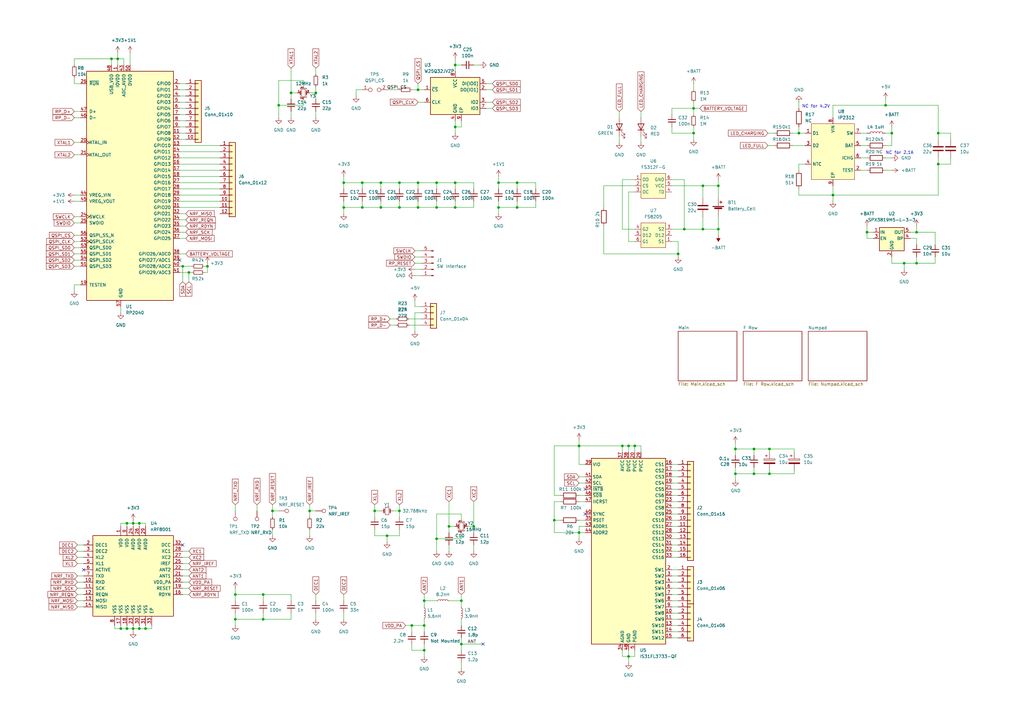
<source format=kicad_sch>
(kicad_sch (version 20211123) (generator eeschema)
  (paper "A3")
  (title_block (title "Frooastboard Walnut Modular") (date "2022-04-02") (rev "1.0.0"))
  (junction (at 363.22 43.18))
  (junction (at 186.69 52.07))
  (junction (at 48.26 24.13))
  (junction (at 309.245 194.31))
  (junction (at 327.66 54.61))
  (junction (at 171.45 74.93))
  (junction (at 140.97 74.93))
  (junction (at 257.81 182.88))
  (junction (at 184.15 215.9))
  (junction (at 194.31 215.9))
  (junction (at 341.63 80.01))
  (junction (at 375.92 95.25))
  (junction (at 173.99 266.7))
  (junction (at 49.53 257.81))
  (junction (at 171.45 85.09))
  (junction (at 260.35 182.88))
  (junction (at 284.48 44.45))
  (junction (at 375.92 107.95))
  (junction (at 301.625 194.31))
  (junction (at 189.23 264.16))
  (junction (at 204.47 85.09))
  (junction (at 294.64 93.98))
  (junction (at 54.61 257.81))
  (junction (at 156.21 74.93))
  (junction (at 301.625 184.15))
  (junction (at 173.99 246.38))
  (junction (at 96.52 254))
  (junction (at 384.81 54.61))
  (junction (at 186.69 74.93))
  (junction (at 171.45 36.83))
  (junction (at 163.83 85.09))
  (junction (at 173.99 256.54))
  (junction (at 257.81 269.24))
  (junction (at 52.07 214.63))
  (junction (at 294.64 76.2))
  (junction (at 77.47 111.76))
  (junction (at 186.69 26.67))
  (junction (at 237.49 218.44))
  (junction (at 315.595 194.31))
  (junction (at 278.13 104.14))
  (junction (at 204.47 74.93))
  (junction (at 284.48 54.61))
  (junction (at 384.81 67.31))
  (junction (at 227.33 213.36))
  (junction (at 119.38 38.1))
  (junction (at 85.09 109.22))
  (junction (at 54.61 214.63))
  (junction (at 107.95 254))
  (junction (at 365.76 54.61))
  (junction (at 158.75 219.71))
  (junction (at 179.07 220.98))
  (junction (at 288.29 76.2))
  (junction (at 189.23 246.38))
  (junction (at 163.83 74.93))
  (junction (at 148.59 74.93))
  (junction (at 288.29 93.98))
  (junction (at 163.83 209.55))
  (junction (at 212.09 85.09))
  (junction (at 280.67 93.98))
  (junction (at 212.09 74.93))
  (junction (at 52.07 257.81))
  (junction (at 370.84 107.95))
  (junction (at 140.97 85.09))
  (junction (at 148.59 85.09))
  (junction (at 74.93 109.22))
  (junction (at 179.07 74.93))
  (junction (at 45.72 24.13))
  (junction (at 129.54 38.1))
  (junction (at 96.52 243.84))
  (junction (at 186.69 85.09))
  (junction (at 59.69 257.81))
  (junction (at 114.3 43.18))
  (junction (at 168.91 256.54))
  (junction (at 57.15 257.81))
  (junction (at 255.27 182.88))
  (junction (at 309.245 184.15))
  (junction (at 355.6 95.25))
  (junction (at 127 209.55))
  (junction (at 57.15 214.63))
  (junction (at 156.21 85.09))
  (junction (at 111.76 209.55))
  (junction (at 153.67 209.55))
  (junction (at 179.07 85.09))
  (junction (at 315.595 184.15))
  (junction (at 107.95 243.84))
  (junction (at 237.49 182.88))
  (no_connect (at 198.12 264.16))
  (no_connect (at 34.29 233.68))
  (no_connect (at 74.93 223.52))
  (no_connect (at 240.03 210.82))
  (no_connect (at 240.03 200.66))
  (no_connect (at 73.66 106.68))
  (wire (pts (xy 189.23 264.16) (xy 198.12 264.16)))
  (wire (pts (xy 73.66 90.17) (xy 76.2 90.17)))
  (wire (pts (xy 77.47 111.76) (xy 78.74 111.76)))
  (wire (pts (xy 255.27 182.88) (xy 237.49 182.88)))
  (wire (pts (xy 325.755 184.15) (xy 325.755 185.42)))
  (wire (pts (xy 73.66 34.29) (xy 76.2 34.29)))
  (wire (pts (xy 96.52 254) (xy 96.52 256.54)))
  (wire (pts (xy 31.75 238.76) (xy 34.29 238.76)))
  (wire (pts (xy 327.66 67.31) (xy 327.66 69.85)))
  (wire (pts (xy 173.99 246.38) (xy 173.99 243.84)))
  (wire (pts (xy 30.48 96.52) (xy 33.02 96.52)))
  (wire (pts (xy 30.48 48.26) (xy 33.02 48.26)))
  (wire (pts (xy 156.21 85.09) (xy 163.83 85.09)))
  (wire (pts (xy 124.46 35.56) (xy 124.46 33.02)))
  (wire (pts (xy 260.35 182.88) (xy 257.81 182.88)))
  (wire (pts (xy 127 217.17) (xy 127 219.71)))
  (wire (pts (xy 204.47 82.55) (xy 204.47 85.09)))
  (wire (pts (xy 173.99 246.38) (xy 173.99 248.92)))
  (wire (pts (xy 129.54 38.1) (xy 129.54 40.64)))
  (wire (pts (xy 363.22 54.61) (xy 365.76 54.61)))
  (wire (pts (xy 275.59 233.68) (xy 278.13 233.68)))
  (wire (pts (xy 96.52 243.84) (xy 107.95 243.84)))
  (wire (pts (xy 85.09 109.22) (xy 85.09 111.76)))
  (wire (pts (xy 294.64 93.98) (xy 294.64 96.52)))
  (wire (pts (xy 107.95 243.84) (xy 107.95 246.38)))
  (wire (pts (xy 73.66 95.25) (xy 76.2 95.25)))
  (wire (pts (xy 30.48 80.01) (xy 33.02 80.01)))
  (wire (pts (xy 73.66 111.76) (xy 77.47 111.76)))
  (wire (pts (xy 74.93 243.84) (xy 77.47 243.84)))
  (wire (pts (xy 255.27 266.7) (xy 255.27 269.24)))
  (wire (pts (xy 199.39 41.91) (xy 201.93 41.91)))
  (wire (pts (xy 275.59 259.08) (xy 278.13 259.08)))
  (wire (pts (xy 129.54 45.72) (xy 129.54 48.26)))
  (wire (pts (xy 156.21 209.55) (xy 153.67 209.55)))
  (wire (pts (xy 375.92 107.95) (xy 375.92 105.41)))
  (wire (pts (xy 73.66 52.07) (xy 76.2 52.07)))
  (wire (pts (xy 237.49 213.36) (xy 240.03 213.36)))
  (wire (pts (xy 30.48 116.84) (xy 30.48 119.38)))
  (wire (pts (xy 275.59 248.92) (xy 278.13 248.92)))
  (wire (pts (xy 31.75 223.52) (xy 34.29 223.52)))
  (wire (pts (xy 31.75 228.6) (xy 34.29 228.6)))
  (wire (pts (xy 129.54 27.94) (xy 129.54 30.48)))
  (wire (pts (xy 375.92 92.71) (xy 375.92 95.25)))
  (wire (pts (xy 257.81 78.74) (xy 260.35 78.74)))
  (wire (pts (xy 309.245 191.77) (xy 309.245 194.31)))
  (wire (pts (xy 227.33 182.88) (xy 237.49 182.88)))
  (wire (pts (xy 31.75 246.38) (xy 34.29 246.38)))
  (wire (pts (xy 237.49 203.2) (xy 240.03 203.2)))
  (wire (pts (xy 48.26 24.13) (xy 48.26 26.67)))
  (wire (pts (xy 140.97 251.46) (xy 140.97 254)))
  (wire (pts (xy 341.63 80.01) (xy 384.81 80.01)))
  (wire (pts (xy 229.87 205.74) (xy 227.33 205.74)))
  (wire (pts (xy 45.72 26.67) (xy 45.72 24.13)))
  (wire (pts (xy 309.245 184.15) (xy 309.245 186.69)))
  (wire (pts (xy 237.49 205.74) (xy 240.03 205.74)))
  (wire (pts (xy 363.22 64.77) (xy 365.76 64.77)))
  (wire (pts (xy 275.59 210.82) (xy 278.13 210.82)))
  (wire (pts (xy 375.92 95.25) (xy 383.54 95.25)))
  (wire (pts (xy 237.49 218.44) (xy 237.49 220.98)))
  (wire (pts (xy 325.12 54.61) (xy 327.66 54.61)))
  (wire (pts (xy 163.83 209.55) (xy 163.83 212.09)))
  (wire (pts (xy 373.38 97.79) (xy 375.92 97.79)))
  (wire (pts (xy 189.23 246.38) (xy 189.23 248.92)))
  (wire (pts (xy 163.83 74.93) (xy 163.83 77.47)))
  (wire (pts (xy 170.18 125.73) (xy 170.18 123.19)))
  (wire (pts (xy 73.66 36.83) (xy 76.2 36.83)))
  (wire (pts (xy 384.81 54.61) (xy 384.81 57.15)))
  (wire (pts (xy 30.48 99.06) (xy 33.02 99.06)))
  (wire (pts (xy 30.48 63.5) (xy 33.02 63.5)))
  (wire (pts (xy 48.26 24.13) (xy 48.26 21.59)))
  (wire (pts (xy 59.69 257.81) (xy 57.15 257.81)))
  (wire (pts (xy 301.625 194.31) (xy 309.245 194.31)))
  (wire (pts (xy 171.45 34.29) (xy 171.45 36.83)))
  (wire (pts (xy 31.75 241.3) (xy 34.29 241.3)))
  (wire (pts (xy 73.66 69.85) (xy 90.17 69.85)))
  (wire (pts (xy 301.625 194.31) (xy 301.625 196.85)))
  (wire (pts (xy 49.53 256.54) (xy 49.53 257.81)))
  (wire (pts (xy 280.67 73.66) (xy 280.67 93.98)))
  (wire (pts (xy 212.09 85.09) (xy 212.09 82.55)))
  (wire (pts (xy 73.66 46.99) (xy 76.2 46.99)))
  (wire (pts (xy 107.95 254) (xy 119.38 254)))
  (wire (pts (xy 163.83 219.71) (xy 158.75 219.71)))
  (wire (pts (xy 62.23 256.54) (xy 62.23 257.81)))
  (wire (pts (xy 383.54 107.95) (xy 375.92 107.95)))
  (wire (pts (xy 370.84 107.95) (xy 375.92 107.95)))
  (wire (pts (xy 30.48 58.42) (xy 33.02 58.42)))
  (wire (pts (xy 119.38 27.94) (xy 119.38 38.1)))
  (wire (pts (xy 156.21 74.93) (xy 148.59 74.93)))
  (wire (pts (xy 153.67 209.55) (xy 153.67 212.09)))
  (wire (pts (xy 373.38 95.25) (xy 375.92 95.25)))
  (wire (pts (xy 194.31 85.09) (xy 194.31 82.55)))
  (wire (pts (xy 146.05 36.83) (xy 146.05 39.37)))
  (wire (pts (xy 275.59 241.3) (xy 278.13 241.3)))
  (wire (pts (xy 383.54 95.25) (xy 383.54 100.33)))
  (wire (pts (xy 30.48 45.72) (xy 33.02 45.72)))
  (wire (pts (xy 204.47 74.93) (xy 212.09 74.93)))
  (wire (pts (xy 384.81 43.18) (xy 384.81 54.61)))
  (wire (pts (xy 107.95 254) (xy 107.95 251.46)))
  (wire (pts (xy 73.66 41.91) (xy 76.2 41.91)))
  (wire (pts (xy 111.76 209.55) (xy 114.3 209.55)))
  (wire (pts (xy 355.6 92.71) (xy 355.6 95.25)))
  (wire (pts (xy 315.595 193.04) (xy 315.595 194.31)))
  (wire (pts (xy 384.81 54.61) (xy 389.89 54.61)))
  (wire (pts (xy 189.23 261.62) (xy 189.23 264.16)))
  (wire (pts (xy 262.89 182.88) (xy 260.35 182.88)))
  (wire (pts (xy 327.66 77.47) (xy 327.66 80.01)))
  (wire (pts (xy 275.59 251.46) (xy 278.13 251.46)))
  (wire (pts (xy 275.59 228.6) (xy 278.13 228.6)))
  (wire (pts (xy 184.15 205.74) (xy 184.15 215.9)))
  (wire (pts (xy 275.59 99.06) (xy 278.13 99.06)))
  (wire (pts (xy 184.15 215.9) (xy 184.15 218.44)))
  (wire (pts (xy 314.96 59.69) (xy 317.5 59.69)))
  (wire (pts (xy 275.59 198.12) (xy 278.13 198.12)))
  (wire (pts (xy 355.6 97.79) (xy 355.6 95.25)))
  (wire (pts (xy 31.75 248.92) (xy 34.29 248.92)))
  (wire (pts (xy 163.83 85.09) (xy 163.83 82.55)))
  (wire (pts (xy 74.93 241.3) (xy 77.47 241.3)))
  (wire (pts (xy 194.31 74.93) (xy 186.69 74.93)))
  (wire (pts (xy 275.59 93.98) (xy 280.67 93.98)))
  (wire (pts (xy 168.91 266.7) (xy 173.99 266.7)))
  (wire (pts (xy 275.59 205.74) (xy 278.13 205.74)))
  (wire (pts (xy 148.59 74.93) (xy 148.59 77.47)))
  (wire (pts (xy 314.96 54.61) (xy 317.5 54.61)))
  (wire (pts (xy 186.69 26.67) (xy 189.23 26.67)))
  (wire (pts (xy 73.66 80.01) (xy 90.17 80.01)))
  (wire (pts (xy 31.75 226.06) (xy 34.29 226.06)))
  (wire (pts (xy 327.66 41.91) (xy 327.66 44.45)))
  (wire (pts (xy 189.23 213.36) (xy 189.23 210.82)))
  (wire (pts (xy 257.81 182.88) (xy 255.27 182.88)))
  (wire (pts (xy 74.93 238.76) (xy 77.47 238.76)))
  (wire (pts (xy 363.22 43.18) (xy 384.81 43.18)))
  (wire (pts (xy 383.54 105.41) (xy 383.54 107.95)))
  (wire (pts (xy 358.14 97.79) (xy 355.6 97.79)))
  (wire (pts (xy 52.07 214.63) (xy 54.61 214.63)))
  (wire (pts (xy 171.45 85.09) (xy 179.07 85.09)))
  (wire (pts (xy 280.67 93.98) (xy 288.29 93.98)))
  (wire (pts (xy 49.53 257.81) (xy 52.07 257.81)))
  (wire (pts (xy 166.37 256.54) (xy 168.91 256.54)))
  (wire (pts (xy 30.48 24.13) (xy 45.72 24.13)))
  (wire (pts (xy 262.89 48.26) (xy 262.89 45.72)))
  (wire (pts (xy 73.66 39.37) (xy 76.2 39.37)))
  (wire (pts (xy 275.59 215.9) (xy 278.13 215.9)))
  (wire (pts (xy 30.48 34.29) (xy 33.02 34.29)))
  (wire (pts (xy 327.66 67.31) (xy 330.2 67.31)))
  (wire (pts (xy 114.3 43.18) (xy 114.3 33.02)))
  (wire (pts (xy 124.46 40.64) (xy 124.46 43.18)))
  (wire (pts (xy 275.59 76.2) (xy 288.29 76.2)))
  (wire (pts (xy 179.07 74.93) (xy 179.07 77.47)))
  (wire (pts (xy 170.18 107.95) (xy 172.72 107.95)))
  (wire (pts (xy 156.21 85.09) (xy 156.21 82.55)))
  (wire (pts (xy 227.33 205.74) (xy 227.33 213.36)))
  (wire (pts (xy 255.27 93.98) (xy 255.27 73.66)))
  (wire (pts (xy 353.06 69.85) (xy 355.6 69.85)))
  (wire (pts (xy 158.75 219.71) (xy 153.67 219.71)))
  (wire (pts (xy 74.93 236.22) (xy 77.47 236.22)))
  (wire (pts (xy 275.59 218.44) (xy 278.13 218.44)))
  (wire (pts (xy 255.27 182.88) (xy 255.27 185.42)))
  (wire (pts (xy 275.59 261.62) (xy 278.13 261.62)))
  (wire (pts (xy 30.48 88.9) (xy 33.02 88.9)))
  (wire (pts (xy 140.97 82.55) (xy 140.97 85.09)))
  (wire (pts (xy 275.59 236.22) (xy 278.13 236.22)))
  (wire (pts (xy 52.07 257.81) (xy 54.61 257.81)))
  (wire (pts (xy 111.76 217.17) (xy 111.76 219.71)))
  (wire (pts (xy 73.66 74.93) (xy 90.17 74.93)))
  (wire (pts (xy 212.09 85.09) (xy 219.71 85.09)))
  (wire (pts (xy 275.59 223.52) (xy 278.13 223.52)))
  (wire (pts (xy 186.69 26.67) (xy 186.69 29.21)))
  (wire (pts (xy 73.66 72.39) (xy 90.17 72.39)))
  (wire (pts (xy 74.93 233.68) (xy 77.47 233.68)))
  (wire (pts (xy 370.84 107.95) (xy 370.84 110.49)))
  (wire (pts (xy 31.75 231.14) (xy 34.29 231.14)))
  (wire (pts (xy 254 58.42) (xy 254 55.88)))
  (wire (pts (xy 237.49 190.5) (xy 237.49 182.88)))
  (wire (pts (xy 365.76 107.95) (xy 370.84 107.95)))
  (wire (pts (xy 275.59 246.38) (xy 278.13 246.38)))
  (wire (pts (xy 96.52 243.84) (xy 96.52 246.38)))
  (wire (pts (xy 173.99 256.54) (xy 173.99 259.08)))
  (wire (pts (xy 163.83 74.93) (xy 156.21 74.93)))
  (wire (pts (xy 170.18 113.03) (xy 172.72 113.03)))
  (wire (pts (xy 119.38 45.72) (xy 119.38 48.26)))
  (wire (pts (xy 353.06 59.69) (xy 355.6 59.69)))
  (wire (pts (xy 74.93 228.6) (xy 77.47 228.6)))
  (wire (pts (xy 204.47 72.39) (xy 204.47 74.93)))
  (wire (pts (xy 77.47 111.76) (xy 77.47 115.57)))
  (wire (pts (xy 194.31 77.47) (xy 194.31 74.93)))
  (wire (pts (xy 280.67 73.66) (xy 275.59 73.66)))
  (wire (pts (xy 46.99 256.54) (xy 46.99 257.81)))
  (wire (pts (xy 111.76 209.55) (xy 111.76 212.09)))
  (wire (pts (xy 237.49 215.9) (xy 237.49 218.44)))
  (wire (pts (xy 59.69 214.63) (xy 57.15 214.63)))
  (wire (pts (xy 353.06 54.61) (xy 355.6 54.61)))
  (wire (pts (xy 45.72 24.13) (xy 48.26 24.13)))
  (wire (pts (xy 199.39 34.29) (xy 201.93 34.29)))
  (wire (pts (xy 184.15 223.52) (xy 184.15 226.06)))
  (wire (pts (xy 327.66 80.01) (xy 341.63 80.01)))
  (wire (pts (xy 227.33 203.2) (xy 227.33 182.88)))
  (wire (pts (xy 153.67 219.71) (xy 153.67 217.17)))
  (wire (pts (xy 73.66 49.53) (xy 76.2 49.53)))
  (wire (pts (xy 96.52 241.3) (xy 96.52 243.84)))
  (wire (pts (xy 247.65 76.2) (xy 260.35 76.2)))
  (wire (pts (xy 171.45 41.91) (xy 173.99 41.91)))
  (wire (pts (xy 189.23 254) (xy 189.23 256.54)))
  (wire (pts (xy 186.69 52.07) (xy 186.69 54.61)))
  (wire (pts (xy 57.15 215.9) (xy 57.15 214.63)))
  (wire (pts (xy 186.69 24.13) (xy 186.69 26.67)))
  (wire (pts (xy 31.75 243.84) (xy 34.29 243.84)))
  (wire (pts (xy 327.66 54.61) (xy 330.2 54.61)))
  (wire (pts (xy 73.66 97.79) (xy 76.2 97.79)))
  (wire (pts (xy 119.38 243.84) (xy 119.38 246.38)))
  (wire (pts (xy 294.64 88.9) (xy 294.64 93.98)))
  (wire (pts (xy 204.47 85.09) (xy 204.47 87.63)))
  (wire (pts (xy 114.3 33.02) (xy 124.46 33.02)))
  (wire (pts (xy 389.89 67.31) (xy 389.89 64.77)))
  (wire (pts (xy 179.07 246.38) (xy 173.99 246.38)))
  (wire (pts (xy 355.6 95.25) (xy 358.14 95.25)))
  (wire (pts (xy 50.8 24.13) (xy 48.26 24.13)))
  (wire (pts (xy 96.52 254) (xy 107.95 254)))
  (wire (pts (xy 85.09 107.95) (xy 85.09 109.22)))
  (wire (pts (xy 227.33 213.36) (xy 229.87 213.36)))
  (wire (pts (xy 353.06 64.77) (xy 355.6 64.77)))
  (wire (pts (xy 325.755 193.04) (xy 325.755 194.31)))
  (wire (pts (xy 73.66 109.22) (xy 74.93 109.22)))
  (wire (pts (xy 30.48 91.44) (xy 33.02 91.44)))
  (wire (pts (xy 129.54 251.46) (xy 129.54 254)))
  (wire (pts (xy 294.64 76.2) (xy 294.64 81.28)))
  (wire (pts (xy 275.59 238.76) (xy 278.13 238.76)))
  (wire (pts (xy 341.63 43.18) (xy 341.63 48.26)))
  (wire (pts (xy 167.64 133.35) (xy 172.72 133.35)))
  (wire (pts (xy 140.97 85.09) (xy 140.97 87.63)))
  (wire (pts (xy 389.89 54.61) (xy 389.89 57.15)))
  (wire (pts (xy 275.59 54.61) (xy 284.48 54.61)))
  (wire (pts (xy 54.61 257.81) (xy 54.61 259.08)))
  (wire (pts (xy 163.83 85.09) (xy 171.45 85.09)))
  (wire (pts (xy 173.99 266.7) (xy 173.99 269.24)))
  (wire (pts (xy 179.07 210.82) (xy 189.23 210.82)))
  (wire (pts (xy 168.91 264.16) (xy 168.91 266.7)))
  (wire (pts (xy 168.91 256.54) (xy 168.91 259.08)))
  (wire (pts (xy 284.48 41.91) (xy 284.48 44.45)))
  (wire (pts (xy 384.81 67.31) (xy 384.81 80.01)))
  (wire (pts (xy 237.49 218.44) (xy 240.03 218.44)))
  (wire (pts (xy 365.76 52.07) (xy 365.76 54.61)))
  (wire (pts (xy 275.59 195.58) (xy 278.13 195.58)))
  (wire (pts (xy 30.48 106.68) (xy 33.02 106.68)))
  (wire (pts (xy 57.15 214.63) (xy 54.61 214.63)))
  (wire (pts (xy 191.77 215.9) (xy 194.31 215.9)))
  (wire (pts (xy 179.07 74.93) (xy 171.45 74.93)))
  (wire (pts (xy 227.33 213.36) (xy 227.33 218.44)))
  (wire (pts (xy 229.87 203.2) (xy 227.33 203.2)))
  (wire (pts (xy 275.59 208.28) (xy 278.13 208.28)))
  (wire (pts (xy 363.22 59.69) (xy 365.76 59.69)))
  (wire (pts (xy 262.89 58.42) (xy 262.89 55.88)))
  (wire (pts (xy 158.75 219.71) (xy 158.75 222.25)))
  (wire (pts (xy 173.99 254) (xy 173.99 256.54)))
  (wire (pts (xy 119.38 254) (xy 119.38 251.46)))
  (wire (pts (xy 199.39 44.45) (xy 201.93 44.45)))
  (wire (pts (xy 288.29 93.98) (xy 294.64 93.98)))
  (wire (pts (xy 186.69 74.93) (xy 186.69 77.47)))
  (wire (pts (xy 384.81 64.77) (xy 384.81 67.31)))
  (wire (pts (xy 275.59 256.54) (xy 278.13 256.54)))
  (wire (pts (xy 73.66 67.31) (xy 90.17 67.31)))
  (wire (pts (xy 168.91 256.54) (xy 173.99 256.54)))
  (wire (pts (xy 288.29 76.2) (xy 288.29 81.28)))
  (wire (pts (xy 363.22 69.85) (xy 365.76 69.85)))
  (wire (pts (xy 46.99 257.81) (xy 49.53 257.81)))
  (wire (pts (xy 54.61 214.63) (xy 54.61 215.9)))
  (wire (pts (xy 275.59 243.84) (xy 278.13 243.84)))
  (wire (pts (xy 204.47 74.93) (xy 204.47 77.47)))
  (wire (pts (xy 237.49 180.34) (xy 237.49 182.88)))
  (wire (pts (xy 156.21 74.93) (xy 156.21 77.47)))
  (wire (pts (xy 171.45 74.93) (xy 171.45 77.47)))
  (wire (pts (xy 160.02 133.35) (xy 162.56 133.35)))
  (wire (pts (xy 30.48 31.75) (xy 30.48 34.29)))
  (wire (pts (xy 30.48 104.14) (xy 33.02 104.14)))
  (wire (pts (xy 275.59 52.07) (xy 275.59 54.61)))
  (wire (pts (xy 74.93 109.22) (xy 78.74 109.22)))
  (wire (pts (xy 49.53 215.9) (xy 49.53 214.63)))
  (wire (pts (xy 194.31 205.74) (xy 194.31 215.9)))
  (wire (pts (xy 301.625 184.15) (xy 309.245 184.15)))
  (wire (pts (xy 153.67 207.01) (xy 153.67 209.55)))
  (wire (pts (xy 49.53 214.63) (xy 52.07 214.63)))
  (wire (pts (xy 260.35 182.88) (xy 260.35 185.42)))
  (wire (pts (xy 325.12 59.69) (xy 330.2 59.69)))
  (wire (pts (xy 52.07 256.54) (xy 52.07 257.81)))
  (wire (pts (xy 140.97 72.39) (xy 140.97 74.93)))
  (wire (pts (xy 219.71 85.09) (xy 219.71 82.55)))
  (wire (pts (xy 170.18 102.87) (xy 172.72 102.87)))
  (wire (pts (xy 257.81 182.88) (xy 257.81 185.42)))
  (wire (pts (xy 255.27 93.98) (xy 260.35 93.98)))
  (wire (pts (xy 194.31 26.67) (xy 196.85 26.67)))
  (wire (pts (xy 57.15 256.54) (xy 57.15 257.81)))
  (wire (pts (xy 194.31 223.52) (xy 194.31 226.06)))
  (wire (pts (xy 73.66 44.45) (xy 76.2 44.45)))
  (wire (pts (xy 365.76 105.41) (xy 365.76 107.95)))
  (wire (pts (xy 278.13 99.06) (xy 278.13 104.14)))
  (wire (pts (xy 260.35 269.24) (xy 257.81 269.24)))
  (wire (pts (xy 73.66 87.63) (xy 76.2 87.63)))
  (wire (pts (xy 189.23 218.44) (xy 189.23 220.98)))
  (wire (pts (xy 179.07 85.09) (xy 186.69 85.09)))
  (wire (pts (xy 73.66 54.61) (xy 76.2 54.61)))
  (wire (pts (xy 240.03 215.9) (xy 237.49 215.9)))
  (wire (pts (xy 114.3 43.18) (xy 114.3 48.26)))
  (wire (pts (xy 278.13 104.14) (xy 247.65 104.14)))
  (wire (pts (xy 171.45 74.93) (xy 163.83 74.93)))
  (wire (pts (xy 163.83 217.17) (xy 163.83 219.71)))
  (wire (pts (xy 309.245 184.15) (xy 315.595 184.15)))
  (wire (pts (xy 204.47 85.09) (xy 212.09 85.09)))
  (wire (pts (xy 186.69 85.09) (xy 186.69 82.55)))
  (wire (pts (xy 189.23 271.78) (xy 189.23 274.32)))
  (wire (pts (xy 105.41 207.01) (xy 105.41 209.55)))
  (wire (pts (xy 189.23 243.84) (xy 189.23 246.38)))
  (wire (pts (xy 107.95 243.84) (xy 119.38 243.84)))
  (wire (pts (xy 172.72 128.27) (xy 170.18 128.27)))
  (wire (pts (xy 73.66 104.14) (xy 76.2 104.14)))
  (wire (pts (xy 96.52 207.01) (xy 96.52 209.55)))
  (wire (pts (xy 189.23 264.16) (xy 189.23 266.7)))
  (wire (pts (xy 257.81 269.24) (xy 257.81 271.78)))
  (wire (pts (xy 52.07 214.63) (xy 52.07 215.9)))
  (wire (pts (xy 186.69 85.09) (xy 194.31 85.09)))
  (wire (pts (xy 163.83 207.01) (xy 163.83 209.55)))
  (wire (pts (xy 341.63 76.2) (xy 341.63 80.01)))
  (wire (pts (xy 212.09 74.93) (xy 219.71 74.93)))
  (wire (pts (xy 284.48 34.29) (xy 284.48 36.83)))
  (wire (pts (xy 129.54 35.56) (xy 129.54 38.1)))
  (wire (pts (xy 240.03 190.5) (xy 237.49 190.5)))
  (wire (pts (xy 140.97 74.93) (xy 148.59 74.93)))
  (wire (pts (xy 219.71 74.93) (xy 219.71 77.47)))
  (wire (pts (xy 30.48 109.22) (xy 33.02 109.22)))
  (wire (pts (xy 315.595 184.15) (xy 315.595 185.42)))
  (wire (pts (xy 199.39 36.83) (xy 201.93 36.83)))
  (wire (pts (xy 384.81 67.31) (xy 389.89 67.31)))
  (wire (pts (xy 148.59 85.09) (xy 148.59 82.55)))
  (wire (pts (xy 247.65 76.2) (xy 247.65 85.09)))
  (wire (pts (xy 237.49 198.12) (xy 240.03 198.12)))
  (wire (pts (xy 275.59 44.45) (xy 275.59 46.99)))
  (wire (pts (xy 148.59 85.09) (xy 156.21 85.09)))
  (wire (pts (xy 315.595 194.31) (xy 325.755 194.31)))
  (wire (pts (xy 49.53 125.73) (xy 49.53 128.27)))
  (wire (pts (xy 167.64 130.81) (xy 172.72 130.81)))
  (wire (pts (xy 284.48 54.61) (xy 284.48 52.07)))
  (wire (pts (xy 173.99 264.16) (xy 173.99 266.7)))
  (wire (pts (xy 172.72 125.73) (xy 170.18 125.73)))
  (wire (pts (xy 170.18 105.41) (xy 172.72 105.41)))
  (wire (pts (xy 73.66 77.47) (xy 90.17 77.47)))
  (wire (pts (xy 260.35 99.06) (xy 257.81 99.06)))
  (wire (pts (xy 59.69 256.54) (xy 59.69 257.81)))
  (wire (pts (xy 194.31 215.9) (xy 194.31 218.44)))
  (wire (pts (xy 74.93 231.14) (xy 77.47 231.14)))
  (wire (pts (xy 170.18 110.49) (xy 172.72 110.49)))
  (wire (pts (xy 227.33 218.44) (xy 237.49 218.44)))
  (wire (pts (xy 168.91 36.83) (xy 171.45 36.83)))
  (wire (pts (xy 179.07 220.98) (xy 189.23 220.98)))
  (wire (pts (xy 189.23 246.38) (xy 184.15 246.38)))
  (wire (pts (xy 255.27 269.24) (xy 257.81 269.24)))
  (wire (pts (xy 257.81 269.24) (xy 257.81 266.7)))
  (wire (pts (xy 171.45 36.83) (xy 173.99 36.83)))
  (wire (pts (xy 327.66 52.07) (xy 327.66 54.61)))
  (wire (pts (xy 73.66 64.77) (xy 90.17 64.77)))
  (wire (pts (xy 341.63 80.01) (xy 341.63 82.55)))
  (wire (pts (xy 129.54 243.84) (xy 129.54 246.38)))
  (wire (pts (xy 73.66 57.15) (xy 76.2 57.15)))
  (wire (pts (xy 59.69 215.9) (xy 59.69 214.63)))
  (wire (pts (xy 284.48 44.45) (xy 287.02 44.45)))
  (wire (pts (xy 74.93 226.06) (xy 77.47 226.06)))
  (wire (pts (xy 262.89 185.42) (xy 262.89 182.88)))
  (wire (pts (xy 179.07 220.98) (xy 179.07 226.06)))
  (wire (pts (xy 363.22 40.64) (xy 363.22 43.18)))
  (wire (pts (xy 301.625 194.31) (xy 301.625 191.77)))
  (wire (pts (xy 127 207.01) (xy 127 209.55)))
  (wire (pts (xy 33.02 116.84) (xy 30.48 116.84)))
  (wire (pts (xy 53.34 21.59) (xy 53.34 26.67)))
  (wire (pts (xy 83.82 109.22) (xy 85.09 109.22)))
  (wire (pts (xy 284.48 44.45) (xy 275.59 44.45)))
  (wire (pts (xy 73.66 59.69) (xy 90.17 59.69)))
  (wire (pts (xy 54.61 213.36) (xy 54.61 214.63)))
  (wire (pts (xy 127 209.55) (xy 129.54 209.55)))
  (wire (pts (xy 85.09 111.76) (xy 83.82 111.76)))
  (wire (pts (xy 275.59 220.98) (xy 278.13 220.98)))
  (wire (pts (xy 179.07 220.98) (xy 179.07 210.82)))
  (wire (pts (xy 140.97 85.09) (xy 148.59 85.09)))
  (wire (pts (xy 111.76 207.01) (xy 111.76 209.55)))
  (wire (pts (xy 73.66 85.09) (xy 90.17 85.09)))
  (wire (pts (xy 309.245 194.31) (xy 315.595 194.31)))
  (wire (pts (xy 127 209.55) (xy 127 212.09)))
  (wire (pts (xy 260.35 266.7) (xy 260.35 269.24)))
  (wire (pts (xy 30.48 26.67) (xy 30.48 24.13)))
  (wire (pts (xy 237.49 195.58) (xy 240.03 195.58)))
  (wire (pts (xy 73.66 62.23) (xy 90.17 62.23)))
  (wire (pts (xy 148.59 36.83) (xy 146.05 36.83)))
  (wire (pts (xy 127 38.1) (xy 129.54 38.1)))
  (wire (pts (xy 301.625 181.61) (xy 301.625 184.15)))
  (wire (pts (xy 74.93 109.22) (xy 74.93 115.57)))
  (wire (pts (xy 275.59 226.06) (xy 278.13 226.06)))
  (wire (pts (xy 275.59 203.2) (xy 278.13 203.2)))
  (wire (pts (xy 275.59 200.66) (xy 278.13 200.66)))
  (wire (pts (xy 284.48 54.61) (xy 284.48 57.15)))
  (wire (pts (xy 186.69 215.9) (xy 184.15 215.9)))
  (wire (pts (xy 375.92 97.79) (xy 375.92 100.33)))
  (wire (pts (xy 119.38 38.1) (xy 119.38 40.64)))
  (wire (pts (xy 114.3 43.18) (xy 124.46 43.18)))
  (wire (pts (xy 365.76 59.69) (xy 365.76 54.61)))
  (wire (pts (xy 315.595 184.15) (xy 325.755 184.15)))
  (wire (pts (xy 140.97 74.93) (xy 140.97 77.47)))
  (wire (pts (xy 275.59 190.5) (xy 278.13 190.5)))
  (wire (pts (xy 294.64 73.66) (xy 294.64 76.2)))
  (wire (pts (xy 288.29 88.9) (xy 288.29 93.98)))
  (wire (pts (xy 288.29 76.2) (xy 294.64 76.2)))
  (wire (pts (xy 275.59 193.04) (xy 278.13 193.04)))
  (wire (pts (xy 186.69 49.53) (xy 186.69 52.07)))
  (wire (pts (xy 161.29 209.55) (xy 163.83 209.55)))
  (wire (pts (xy 275.59 213.36) (xy 278.13 213.36)))
  (wire (pts (xy 341.63 43.18) (xy 363.22 43.18)))
  (wire (pts (xy 57.15 257.81) (xy 54.61 257.81)))
  (wire (pts (xy 158.75 36.83) (xy 163.83 36.83)))
  (wire (pts (xy 30.48 101.6) (xy 33.02 101.6)))
  (wire (pts (xy 73.66 82.55) (xy 90.17 82.55)))
  (wire (pts (xy 140.97 243.84) (xy 140.97 246.38)))
  (wire (pts (xy 121.92 38.1) (xy 119.38 38.1)))
  (wire (pts (xy 284.48 44.45) (xy 284.48 46.99)))
  (wire (pts (xy 171.45 85.09) (xy 171.45 82.55)))
  (wire (pts (xy 189.23 52.07) (xy 186.69 52.07)))
  (wire (pts (xy 254 48.26) (xy 254 45.72)))
  (wire (pts (xy 212.09 74.93) (xy 212.09 77.47)))
  (wire (pts (xy 170.18 128.27) (xy 170.18 135.89)))
  (wire (pts (xy 275.59 254) (xy 278.13 254)))
  (wire (pts (xy 189.23 49.53) (xy 189.23 52.07)))
  (wire (pts (xy 257.81 99.06) (xy 257.81 78.74)))
  (wire (pts (xy 31.75 236.22) (xy 34.29 236.22)))
  (wire (pts (xy 301.625 184.15) (xy 301.625 186.69)))
  (wire (pts (xy 247.65 92.71) (xy 247.65 104.14)))
  (wire (pts (xy 30.48 82.55) (xy 33.02 82.55)))
  (wire (pts (xy 160.02 130.81) (xy 162.56 130.81)))
  (wire (pts (xy 278.13 104.14) (xy 278.13 105.41)))
  (wire (pts (xy 186.69 74.93) (xy 179.07 74.93)))
  (wire (pts (xy 50.8 26.67) (xy 50.8 24.13)))
  (wire (pts (xy 255.27 73.66) (xy 260.35 73.66)))
  (wire (pts (xy 96.52 251.46) (xy 96.52 254)))
  (wire (pts (xy 62.23 257.81) (xy 59.69 257.81)))
  (wire (pts (xy 54.61 256.54) (xy 54.61 257.81)))
  (wire (pts (xy 179.07 85.09) (xy 179.07 82.55)))
  (wire (pts (xy 73.66 92.71) (xy 76.2 92.71)))
  (text "NC for 4.2V" (at 328.93 44.45 0) (effects (font (size 1.27 1.27)) (justify left bottom)))
  (text "NC for 2.1A\n" (at 363.22 63.5 0) (effects (font (size 1.27 1.27)) (justify left bottom)))
  (label "ANT" (at 191.77 264.16 0))
  (label "QSPI_CS" (at 158.75 36.83 0))
  (global_label "SDA" (shape input) (at 237.49 195.58 180) (property "Intersheet References" "${INTERSHEET_REFS}" (effects hide)))
  (global_label "SCL" (shape input) (at 77.47 115.57 270) (property "Intersheet References" "${INTERSHEET_REFS}" (effects hide)))
  (global_label "XTAL2" (shape input) (at 30.48 63.5 180) (property "Intersheet References" "${INTERSHEET_REFS}" (effects hide)))
  (global_label "DEC1" (shape input) (at 31.75 223.52 180) (property "Intersheet References" "${INTERSHEET_REFS}" (effects hide)))
  (global_label "NRF_TXD" (shape input) (at 96.52 207.01 90) (property "Intersheet References" "${INTERSHEET_REFS}" (effects hide)))
  (global_label "SWDIO" (shape input) (at 170.18 105.41 180) (property "Intersheet References" "${INTERSHEET_REFS}" (effects hide)))
  (global_label "LED_FULL" (shape input) (at 314.96 59.69 180) (property "Intersheet References" "${INTERSHEET_REFS}" (effects hide)))
  (global_label "QSPI_SD0" (shape input) (at 201.93 34.29 0) (property "Intersheet References" "${INTERSHEET_REFS}" (effects hide)))
  (global_label "ANT2" (shape input) (at 173.99 243.84 90) (property "Intersheet References" "${INTERSHEET_REFS}" (effects hide)))
  (global_label "SDA" (shape input) (at 74.93 115.57 270) (property "Intersheet References" "${INTERSHEET_REFS}" (effects hide)))
  (global_label "RP_RESET" (shape input) (at 170.18 107.95 180) (property "Intersheet References" "${INTERSHEET_REFS}" (effects hide)))
  (global_label "LED_CHARGING" (shape input) (at 314.96 54.61 180) (property "Intersheet References" "${INTERSHEET_REFS}" (effects hide)))
  (global_label "QSPI_SD1" (shape input) (at 30.48 104.14 180) (property "Intersheet References" "${INTERSHEET_REFS}" (effects hide)))
  (global_label "XL2" (shape input) (at 31.75 228.6 180) (property "Intersheet References" "${INTERSHEET_REFS}" (effects hide)))
  (global_label "SCL" (shape input) (at 237.49 198.12 180) (property "Intersheet References" "${INTERSHEET_REFS}" (effects hide)))
  (global_label "SWCLK" (shape input) (at 30.48 88.9 180) (property "Intersheet References" "${INTERSHEET_REFS}" (effects hide)))
  (global_label "NRF_MOSI" (shape input) (at 76.2 97.79 0) (property "Intersheet References" "${INTERSHEET_REFS}" (effects hide)))
  (global_label "NRF_MOSI" (shape input) (at 31.75 246.38 180) (property "Intersheet References" "${INTERSHEET_REFS}" (effects hide)))
  (global_label "NRF_MISO" (shape input) (at 76.2 87.63 0) (property "Intersheet References" "${INTERSHEET_REFS}" (effects hide)))
  (global_label "NRF_RXD" (shape input) (at 105.41 207.01 90) (property "Intersheet References" "${INTERSHEET_REFS}" (effects hide)))
  (global_label "XC1" (shape input) (at 77.47 226.06 0) (property "Intersheet References" "${INTERSHEET_REFS}" (effects hide)))
  (global_label "LED_CHARGING" (shape input) (at 262.89 45.72 90) (property "Intersheet References" "${INTERSHEET_REFS}" (effects hide)))
  (global_label "NRF_RESET" (shape input) (at 111.76 207.01 90) (property "Intersheet References" "${INTERSHEET_REFS}" (effects hide)))
  (global_label "NRF_IREF" (shape input) (at 127 207.01 90) (property "Intersheet References" "${INTERSHEET_REFS}" (effects hide)))
  (global_label "RP_D-" (shape input) (at 160.02 133.35 180) (property "Intersheet References" "${INTERSHEET_REFS}" (effects hide)))
  (global_label "NRF_RDYN" (shape input) (at 76.2 92.71 0) (property "Intersheet References" "${INTERSHEET_REFS}" (effects hide)))
  (global_label "XC1" (shape input) (at 184.15 205.74 90) (property "Intersheet References" "${INTERSHEET_REFS}" (effects hide)))
  (global_label "XTAL2" (shape input) (at 129.54 27.94 90) (property "Intersheet References" "${INTERSHEET_REFS}" (effects hide)))
  (global_label "QSPI_SD1" (shape input) (at 201.93 36.83 0) (property "Intersheet References" "${INTERSHEET_REFS}" (effects hide)))
  (global_label "NRF_REQN" (shape input) (at 76.2 90.17 0) (property "Intersheet References" "${INTERSHEET_REFS}" (effects hide)))
  (global_label "XL2" (shape input) (at 163.83 207.01 90) (property "Intersheet References" "${INTERSHEET_REFS}" (effects hide)))
  (global_label "QSPI_SD3" (shape input) (at 201.93 44.45 0) (property "Intersheet References" "${INTERSHEET_REFS}" (effects hide)))
  (global_label "BATTERY_VOLTAGE" (shape input) (at 76.2 104.14 0) (property "Intersheet References" "${INTERSHEET_REFS}" (effects hide)))
  (global_label "XTAL1" (shape input) (at 30.48 58.42 180) (property "Intersheet References" "${INTERSHEET_REFS}" (effects hide)))
  (global_label "RP_D+" (shape input) (at 160.02 130.81 180) (property "Intersheet References" "${INTERSHEET_REFS}" (effects hide)))
  (global_label "NRF_RXD" (shape input) (at 31.75 238.76 180) (property "Intersheet References" "${INTERSHEET_REFS}" (effects hide)))
  (global_label "BATTERY_VOLTAGE" (shape input) (at 287.02 44.45 0) (property "Intersheet References" "${INTERSHEET_REFS}" (effects hide)))
  (global_label "SWDIO" (shape input) (at 30.48 91.44 180) (property "Intersheet References" "${INTERSHEET_REFS}" (effects hide)))
  (global_label "QSPI_SD0" (shape input) (at 30.48 101.6 180) (property "Intersheet References" "${INTERSHEET_REFS}" (effects hide)))
  (global_label "ANT1" (shape input) (at 77.47 236.22 0) (property "Intersheet References" "${INTERSHEET_REFS}" (effects hide)))
  (global_label "RP_D+" (shape input) (at 30.48 45.72 180) (property "Intersheet References" "${INTERSHEET_REFS}" (effects hide)))
  (global_label "QSPI_SD3" (shape input) (at 30.48 109.22 180) (property "Intersheet References" "${INTERSHEET_REFS}" (effects hide)))
  (global_label "ANT2" (shape input) (at 77.47 233.68 0) (property "Intersheet References" "${INTERSHEET_REFS}" (effects hide)))
  (global_label "NRF_REQN" (shape input) (at 31.75 243.84 180) (property "Intersheet References" "${INTERSHEET_REFS}" (effects hide)))
  (global_label "NRF_SCK" (shape input) (at 76.2 95.25 0) (property "Intersheet References" "${INTERSHEET_REFS}" (effects hide)))
  (global_label "NRF_IREF" (shape input) (at 77.47 231.14 0) (property "Intersheet References" "${INTERSHEET_REFS}" (effects hide)))
  (global_label "DEC2" (shape input) (at 31.75 226.06 180) (property "Intersheet References" "${INTERSHEET_REFS}" (effects hide)))
  (global_label "NRF_TXD" (shape input) (at 31.75 236.22 180) (property "Intersheet References" "${INTERSHEET_REFS}" (effects hide)))
  (global_label "XC2" (shape input) (at 194.31 205.74 90) (property "Intersheet References" "${INTERSHEET_REFS}" (effects hide)))
  (global_label "QSPI_CLK" (shape input) (at 30.48 99.06 180) (property "Intersheet References" "${INTERSHEET_REFS}" (effects hide)))
  (global_label "XL1" (shape input) (at 31.75 231.14 180) (property "Intersheet References" "${INTERSHEET_REFS}" (effects hide)))
  (global_label "QSPI_CLK" (shape input) (at 171.45 41.91 180) (property "Intersheet References" "${INTERSHEET_REFS}" (effects hide)))
  (global_label "NRF_SCK" (shape input) (at 31.75 241.3 180) (property "Intersheet References" "${INTERSHEET_REFS}" (effects hide)))
  (global_label "XC2" (shape input) (at 77.47 228.6 0) (property "Intersheet References" "${INTERSHEET_REFS}" (effects hide)))
  (global_label "VDD_PA" (shape input) (at 166.37 256.54 180) (property "Intersheet References" "${INTERSHEET_REFS}" (effects hide)))
  (global_label "NRF_RDYN" (shape input) (at 77.47 243.84 0) (property "Intersheet References" "${INTERSHEET_REFS}" (effects hide)))
  (global_label "NRF_RESET" (shape input) (at 77.47 241.3 0) (property "Intersheet References" "${INTERSHEET_REFS}" (effects hide)))
  (global_label "VDD_PA" (shape input) (at 77.47 238.76 0) (property "Intersheet References" "${INTERSHEET_REFS}" (effects hide)))
  (global_label "XTAL1" (shape input) (at 119.38 27.94 90) (property "Intersheet References" "${INTERSHEET_REFS}" (effects hide)))
  (global_label "LED_FULL" (shape input) (at 254 45.72 90) (property "Intersheet References" "${INTERSHEET_REFS}" (effects hide)))
  (global_label "ANT1" (shape input) (at 189.23 243.84 90) (property "Intersheet References" "${INTERSHEET_REFS}" (effects hide)))
  (global_label "QSPI_SD2" (shape input) (at 30.48 106.68 180) (property "Intersheet References" "${INTERSHEET_REFS}" (effects hide)))
  (global_label "RP_D-" (shape input) (at 30.48 48.26 180) (property "Intersheet References" "${INTERSHEET_REFS}" (effects hide)))
  (global_label "DEC2" (shape input) (at 140.97 243.84 90) (property "Intersheet References" "${INTERSHEET_REFS}" (effects hide)))
  (global_label "QSPI_CS" (shape input) (at 171.45 34.29 90) (property "Intersheet References" "${INTERSHEET_REFS}" (effects hide)))
  (global_label "DEC1" (shape input) (at 129.54 243.84 90) (property "Intersheet References" "${INTERSHEET_REFS}" (effects hide)))
  (global_label "XL1" (shape input) (at 153.67 207.01 90) (property "Intersheet References" "${INTERSHEET_REFS}" (effects hide)))
  (global_label "QSPI_SD2" (shape input) (at 201.93 41.91 0) (property "Intersheet References" "${INTERSHEET_REFS}" (effects hide)))
  (global_label "SWCLK" (shape input) (at 170.18 102.87 180) (property "Intersheet References" "${INTERSHEET_REFS}" (effects hide)))
  (global_label "NRF_MISO" (shape input) (at 31.75 248.92 180) (property "Intersheet References" "${INTERSHEET_REFS}" (effects hide)))
  (global_label "QSPI_CS" (shape input) (at 30.48 96.52 180) (property "Intersheet References" "${INTERSHEET_REFS}" (effects hide)))
  (symbol (lib_id "power:-BATT") (at 294.64 96.52 180) (unit 1)
    (property "Reference" "#PWR0171" (effects hide))
    (property "Value" "-BATT" (at 294.64 101.6 0))
  )
  (symbol (lib_id "power:+5V") (at 170.18 123.19 0) (unit 1)
    (property "Reference" "#PWR0146" (effects hide))
    (property "Value" "+5V" (at 170.18 118.11 0))
  )
  (symbol (lib_id "Connector:TestPoint") (at 96.52 209.55 180) (unit 1)
    (property "Reference" "TP1" (at 93.98 215.9 0) (effects (justify right)))
    (property "Value" "NRF_TXD" (at 93.98 218.44 0) (effects (justify right)))
    (property "Footprint" "TestPoint:TestPoint_Pad_D1.5mm" (effects hide))
  )
  (symbol (lib_id "power:GND") (at 370.84 110.49 0) (unit 1)
    (property "Reference" "#PWR0131" (effects hide))
    (property "Value" "GND" (at 370.84 115.57 0))
  )
  (symbol (lib_id "Device:C_Small") (at 179.07 80.01 0) (unit 1)
    (property "Reference" "C24" (at 181.61 78.7462 0) (effects (justify left)))
    (property "Value" "100n" (at 181.61 81.2862 0) (effects (justify left)))
    (property "Footprint" "Capacitor_SMD:C_0805_2012Metric" (effects hide))
  )
  (symbol (lib_id "power:GND") (at 179.07 226.06 0) (unit 1)
    (property "Reference" "#PWR0137" (effects hide))
    (property "Value" "GND" (at 179.07 231.14 0))
  )
  (symbol (lib_id "power:GND") (at 54.61 259.08 0) (unit 1)
    (property "Reference" "#PWR0107" (effects hide))
    (property "Value" "GND" (at 54.61 264.16 0))
  )
  (symbol (lib_id "power:GND") (at 262.89 58.42 0) (unit 1)
    (property "Reference" "#PWR0155" (effects hide))
    (property "Value" "GND" (at 262.89 63.5 0))
  )
  (symbol (lib_id "power:GND") (at 257.81 271.78 0) (unit 1)
    (property "Reference" "#PWR0143" (effects hide))
    (property "Value" "GND" (at 257.81 276.86 0))
  )
  (symbol (lib_id "Connector_Generic:Conn_01x10") (at 81.28 44.45 0) (unit 1)
    (property "Reference" "J5" (at 83.82 44.4499 0) (effects (justify left)))
    (property "Value" "Conn_01x10" (at 83.82 46.9899 0) (effects (justify left)))
    (property "Footprint" "Frooastboard Footprints:PinHeader_1x10_P1.27mm_Vertical" (effects hide))
  )
  (symbol (lib_id "power:+3.3V") (at 48.26 21.59 0) (unit 1)
    (property "Reference" "#PWR0114" (effects hide))
    (property "Value" "+3.3V" (at 48.26 16.51 0))
  )
  (symbol (lib_id "Device:R") (at 321.31 54.61 90) (unit 1)
    (property "Reference" "R15" (at 318.77 52.07 90))
    (property "Value" "0k1" (at 322.58 52.07 90))
    (property "Footprint" "Resistor_SMD:R_0805_2012Metric" (effects hide))
  )
  (symbol (lib_id "Driver_LED:IS31FL3733-QF") (at 257.81 226.06 0) (unit 1)
    (property "Reference" "U5" (at 262.3694 266.7 0) (effects (justify left)))
    (property "Value" "IS31FL3733-QF" (at 262.3694 269.24 0) (effects (justify left)))
    (property "Footprint" "Package_DFN_QFN:QFN-48-1EP_6x6mm_P0.4mm_EP4.2x4.2mm" (effects hide))
    (property "Datasheet" "http://www.issi.com/WW/pdf/IS31FL3733.pdf" (effects hide))
  )
  (symbol (lib_id "Device:C_Small") (at 173.99 261.62 0) (unit 1)
    (property "Reference" "C9" (at 176.53 260.3562 0) (effects (justify left)))
    (property "Value" "Not Mounted" (at 176.53 262.8962 0) (effects (justify left)))
    (property "Footprint" "Capacitor_SMD:C_0402_1005Metric" (effects hide))
  )
  (symbol (lib_id "Device:C_Small") (at 153.67 214.63 0) (unit 1)
    (property "Reference" "C6" (at 156.21 213.3662 0) (effects (justify left)))
    (property "Value" "15p" (at 156.21 215.9062 0) (effects (justify left)))
    (property "Footprint" "Capacitor_SMD:C_0402_1005Metric" (effects hide))
  )
  (symbol (lib_id "Connector:TestPoint") (at 114.3 209.55 270) (unit 1)
    (property "Reference" "TP3" (at 114.3 204.47 90) (effects (justify left)))
    (property "Value" "NRF_RESET" (at 114.3 207.01 90) (effects (justify left)))
    (property "Footprint" "TestPoint:TestPoint_Pad_D1.5mm" (effects hide))
  )
  (symbol (lib_id "power:GND") (at 284.48 57.15 0) (unit 1)
    (property "Reference" "#PWR0141" (effects hide))
    (property "Value" "GND" (at 284.48 62.23 0))
  )
  (symbol (lib_id "power:+5V") (at 363.22 40.64 0) (unit 1)
    (property "Reference" "#PWR0150" (effects hide))
    (property "Value" "+5V" (at 363.22 35.56 0))
  )
  (symbol (lib_id "power:+3.3V") (at 85.09 107.95 0) (unit 1)
    (property "Reference" "#PWR0148" (effects hide))
    (property "Value" "+3.3V" (at 88.9 107.95 0))
  )
  (symbol (lib_id "Device:C_Small") (at 140.97 248.92 0) (unit 1)
    (property "Reference" "C5" (at 143.51 247.6562 0) (effects (justify left)))
    (property "Value" "33n" (at 143.51 250.1962 0) (effects (justify left)))
    (property "Footprint" "Capacitor_SMD:C_0402_1005Metric" (effects hide))
  )
  (symbol (lib_id "power:GND") (at 170.18 135.89 0) (unit 1)
    (property "Reference" "#PWR0147" (effects hide))
    (property "Value" "GND" (at 170.18 140.97 0))
  )
  (symbol (lib_id "Device:R_Small") (at 30.48 29.21 0) (unit 1)
    (property "Reference" "R8" (at 31.75 27.94 0) (effects (justify left)))
    (property "Value" "10k" (at 31.75 30.48 0) (effects (justify left)))
    (property "Footprint" "Resistor_SMD:R_0805_2012Metric" (effects hide))
  )
  (symbol (lib_id "power:GND") (at 96.52 256.54 0) (unit 1)
    (property "Reference" "#PWR0108" (effects hide))
    (property "Value" "GND" (at 96.52 261.62 0))
  )
  (symbol (lib_id "power:+3.3V") (at 30.48 80.01 90) (unit 1)
    (property "Reference" "#PWR0116" (effects hide))
    (property "Value" "+3.3V" (at 26.67 80.0099 90) (effects (justify left)))
  )
  (symbol (lib_id "power:+1V1") (at 30.48 82.55 90) (unit 1)
    (property "Reference" "#PWR0117" (effects hide))
    (property "Value" "+1V1" (at 26.67 82.5499 90) (effects (justify left)))
  )
  (symbol (lib_id "Device:C_Small") (at 96.52 248.92 0) (unit 1)
    (property "Reference" "C1" (at 99.06 247.6562 0) (effects (justify left)))
    (property "Value" "100n" (at 99.06 250.1962 0) (effects (justify left)))
    (property "Footprint" "Capacitor_SMD:C_0402_1005Metric" (effects hide))
  )
  (symbol (lib_id "Device:R") (at 233.68 203.2 90) (unit 1)
    (property "Reference" "R11" (at 231.14 200.66 90))
    (property "Value" "100k" (at 236.22 200.66 90))
    (property "Footprint" "Resistor_SMD:R_0805_2012Metric" (effects hide))
  )
  (symbol (lib_id "Device:C_Small") (at 119.38 43.18 180) (unit 1)
    (property "Reference" "C14" (at 121.92 41.9035 0) (effects (justify right)))
    (property "Value" "22p" (at 121.92 44.4435 0) (effects (justify right)))
    (property "Footprint" "Capacitor_SMD:C_0805_2012Metric" (effects hide))
  )
  (symbol (lib_id "power:GND") (at 129.54 254 0) (unit 1)
    (property "Reference" "#PWR0106" (effects hide))
    (property "Value" "GND" (at 129.54 259.08 0))
  )
  (symbol (lib_id "power:GND") (at 170.18 113.03 270) (unit 1)
    (property "Reference" "#PWR0120" (effects hide))
    (property "Value" "GND" (at 166.37 113.0299 90) (effects (justify right)))
  )
  (symbol (lib_id "Device:L_Small") (at 173.99 251.46 0) (unit 1)
    (property "Reference" "L1" (at 175.26 250.1899 0) (effects (justify left)))
    (property "Value" "5.6nH" (at 175.26 252.7299 0) (effects (justify left)))
    (property "Footprint" "Inductor_SMD:L_0402_1005Metric" (effects hide))
  )
  (symbol (lib_id "power:GND") (at 111.76 219.71 0) (unit 1)
    (property "Reference" "#PWR0109" (effects hide))
    (property "Value" "GND" (at 111.76 224.79 0))
  )
  (symbol (lib_id "Connector_Generic:Conn_01x16") (at 283.21 208.28 0) (unit 1)
    (property "Reference" "J2" (at 285.75 208.2799 0) (effects (justify left)))
    (property "Value" "Conn_01x16" (at 285.75 210.8199 0) (effects (justify left)))
    (property "Footprint" "Frooastboard Footprints:PinHeader_1x16_P1.27mm_Vertical" (effects hide))
  )
  (symbol (lib_id "Device:L_Small") (at 189.23 251.46 0) (unit 1)
    (property "Reference" "L3" (at 190.5 250.1899 0) (effects (justify left)))
    (property "Value" "3.9nH" (at 190.5 252.7299 0) (effects (justify left)))
    (property "Footprint" "Inductor_SMD:L_0402_1005Metric" (effects hide))
  )
  (symbol (lib_id "power:+BATT") (at 355.6 92.71 0) (unit 1)
    (property "Reference" "#PWR0128" (effects hide))
    (property "Value" "+BATT" (at 355.6 87.63 0))
  )
  (symbol (lib_id "Device:C_Small") (at 383.54 102.87 0) (unit 1)
    (property "Reference" "C31" (at 386.08 101.6062 0) (effects (justify left)))
    (property "Value" "10u" (at 386.08 104.1462 0) (effects (justify left)))
    (property "Footprint" "Capacitor_SMD:C_0805_2012Metric" (effects hide))
  )
  (symbol (lib_id "Device:L_Small") (at 181.61 246.38 90) (unit 1)
    (property "Reference" "L2" (at 181.61 241.3 90))
    (property "Value" "8.2nH" (at 181.61 243.84 90))
    (property "Footprint" "Inductor_SMD:L_0402_1005Metric" (effects hide))
  )
  (symbol (lib_id "Device:R_Small") (at 111.76 214.63 0) (unit 1)
    (property "Reference" "R1" (at 114.3 213.3599 0) (effects (justify left)))
    (property "Value" "10k" (at 114.3 215.8999 0) (effects (justify left)))
    (property "Footprint" "Resistor_SMD:R_0805_2012Metric" (effects hide))
  )
  (symbol (lib_id "Device:C_Small") (at 163.83 214.63 0) (unit 1)
    (property "Reference" "C7" (at 166.37 213.3662 0) (effects (justify left)))
    (property "Value" "15p" (at 166.37 215.9062 0) (effects (justify left)))
    (property "Footprint" "Capacitor_SMD:C_0402_1005Metric" (effects hide))
  )
  (symbol (lib_id "Device:R_Small") (at 284.48 39.37 0) (unit 1)
    (property "Reference" "R13" (at 287.02 38.0999 0) (effects (justify left)))
    (property "Value" "1M" (at 287.02 40.6399 0) (effects (justify left)))
    (property "Footprint" "Resistor_SMD:R_0805_2012Metric" (effects hide))
  )
  (symbol (lib_id "power:GND") (at 129.54 48.26 0) (unit 1)
    (property "Reference" "#PWR0123" (effects hide))
    (property "Value" "GND" (at 129.54 53.34 0))
  )
  (symbol (lib_id "Device:R") (at 233.68 205.74 90) (unit 1)
    (property "Reference" "R7" (at 231.14 208.28 90))
    (property "Value" "100k" (at 236.22 208.28 90))
    (property "Footprint" "Resistor_SMD:R_0805_2012Metric" (effects hide))
  )
  (symbol (lib_id "Device:C_Small") (at 129.54 43.18 180) (unit 1)
    (property "Reference" "C15" (at 132.08 41.9035 0) (effects (justify right)))
    (property "Value" "22p" (at 132.08 44.4435 0) (effects (justify right)))
    (property "Footprint" "Capacitor_SMD:C_0805_2012Metric" (effects hide))
  )
  (symbol (lib_id "power:+1V1") (at 53.34 21.59 0) (unit 1)
    (property "Reference" "#PWR0115" (effects hide))
    (property "Value" "+1V1" (at 53.34 16.51 0))
  )
  (symbol (lib_id "power:+3.3V") (at 140.97 72.39 0) (unit 1)
    (property "Reference" "#PWR0126" (effects hide))
    (property "Value" "+3.3V" (at 140.97 67.31 0))
  )
  (symbol (lib_id "Device:R") (at 321.31 59.69 90) (unit 1)
    (property "Reference" "R16" (at 318.77 57.15 90))
    (property "Value" "0k1" (at 322.58 57.15 90))
    (property "Footprint" "Resistor_SMD:R_0805_2012Metric" (effects hide))
  )
  (symbol (lib_id "power:GND") (at 30.48 119.38 0) (unit 1)
    (property "Reference" "#PWR0112" (effects hide))
    (property "Value" "GND" (at 30.48 124.46 0))
  )
  (symbol (lib_id "Device:C_Small") (at 148.59 80.01 0) (unit 1)
    (property "Reference" "C19" (at 151.13 78.7462 0) (effects (justify left)))
    (property "Value" "100n" (at 151.13 81.2862 0) (effects (justify left)))
    (property "Footprint" "Capacitor_SMD:C_0805_2012Metric" (effects hide))
  )
  (symbol (lib_id "power:+3.3V") (at 301.625 181.61 0) (unit 1)
    (property "Reference" "#PWR0111" (effects hide))
    (property "Value" "+3.3V" (at 301.625 176.53 0))
  )
  (symbol (lib_id "power:GND") (at 341.63 82.55 0) (unit 1)
    (property "Reference" "#PWR0152" (effects hide))
    (property "Value" "GND" (at 341.63 87.63 0))
  )
  (symbol (lib_id "Device:R") (at 247.65 88.9 180) (unit 1)
    (property "Reference" "R10" (at 245.11 91.44 90))
    (property "Value" "2k" (at 245.11 87.63 90))
    (property "Footprint" "Resistor_SMD:R_0805_2012Metric" (effects hide))
  )
  (symbol (lib_id "power:GND") (at 127 219.71 0) (unit 1)
    (property "Reference" "#PWR0104" (effects hide))
    (property "Value" "GND" (at 127 224.79 0))
  )
  (symbol (lib_id "power:GND") (at 140.97 87.63 0) (unit 1)
    (property "Reference" "#PWR0121" (effects hide))
    (property "Value" "GND" (at 140.97 92.71 0))
  )
  (symbol (lib_id "Device:Crystal_Small") (at 158.75 209.55 0) (unit 1)
    (property "Reference" "Y1" (at 158.75 207.01 0))
    (property "Value" "32.768kHz" (at 170.18 209.55 0))
    (property "Footprint" "Crystal:Crystal_SMD_EuroQuartz_EQ161-2Pin_3.2x1.5mm" (effects hide))
  )
  (symbol (lib_id "Device:C_Polarized") (at 315.595 189.23 0) (unit 1)
    (property "Reference" "C34" (at 319.405 187.0709 0) (effects (justify left)))
    (property "Value" "10u" (at 319.405 189.6109 0) (effects (justify left)))
    (property "Footprint" "Capacitor_Tantalum_SMD:CP_EIA-2012-15_AVX-P" (effects hide))
  )
  (symbol (lib_id "Device:Crystal_GND24_Small") (at 124.46 38.1 0) (unit 1)
    (property "Reference" "Y3" (at 128.27 39.37 0))
    (property "Value" "12MHz" (at 124.46 34.29 0))
    (property "Footprint" "Crystal:Crystal_SMD_3225-4Pin_3.2x2.5mm" (effects hide))
  )
  (symbol (lib_id "Device:C_Small") (at 119.38 248.92 0) (unit 1)
    (property "Reference" "C3" (at 121.92 247.6562 0) (effects (justify left)))
    (property "Value" "1n" (at 121.92 250.1962 0) (effects (justify left)))
    (property "Footprint" "Capacitor_SMD:C_0402_1005Metric" (effects hide))
  )
  (symbol (lib_id "Device:C_Small") (at 186.69 80.01 0) (unit 1)
    (property "Reference" "C26" (at 189.23 78.7462 0) (effects (justify left)))
    (property "Value" "100n" (at 189.23 81.2862 0) (effects (justify left)))
    (property "Footprint" "Capacitor_SMD:C_0805_2012Metric" (effects hide))
  )
  (symbol (lib_id "power:GND") (at 204.47 87.63 0) (unit 1)
    (property "Reference" "#PWR0125" (effects hide))
    (property "Value" "GND" (at 204.47 92.71 0))
  )
  (symbol (lib_id "Connector_Generic:Conn_01x04") (at 177.8 128.27 0) (unit 1)
    (property "Reference" "J7" (at 180.34 128.2699 0) (effects (justify left)))
    (property "Value" "Conn_01x04" (at 180.34 130.8099 0) (effects (justify left)))
    (property "Footprint" "Frooastboard Footprints:PinHeader_1x04_P1.27mm_Vertical" (effects hide))
  )
  (symbol (lib_id "Device:R_Small") (at 127 214.63 0) (unit 1)
    (property "Reference" "R2" (at 129.54 213.3599 0) (effects (justify left)))
    (property "Value" "22k" (at 129.54 215.8999 0) (effects (justify left)))
    (property "Footprint" "Resistor_SMD:R_0805_2012Metric" (effects hide))
  )
  (symbol (lib_id "Device:C") (at 384.81 60.96 0) (unit 1)
    (property "Reference" "C36" (at 378.46 59.69 0) (effects (justify left)))
    (property "Value" "22u" (at 378.46 62.23 0) (effects (justify left)))
    (property "Footprint" "Capacitor_SMD:C_0805_2012Metric" (effects hide))
  )
  (symbol (lib_id "power:GND") (at 186.69 54.61 0) (unit 1)
    (property "Reference" "#PWR0132" (effects hide))
    (property "Value" "GND" (at 186.69 59.69 0))
  )
  (symbol (lib_id "Device:R_Small") (at 165.1 133.35 90) (unit 1)
    (property "Reference" "R24" (at 165.1 127 90))
    (property "Value" "27R" (at 165.1 129.54 90))
    (property "Footprint" "Resistor_SMD:R_0805_2012Metric" (effects hide))
  )
  (symbol (lib_id "Device:Crystal_GND24_Small") (at 189.23 215.9 0) (unit 1)
    (property "Reference" "Y2" (at 193.04 214.63 0))
    (property "Value" "16MHz" (at 194.31 217.17 0))
    (property "Footprint" "Crystal:Crystal_SMD_3225-4Pin_3.2x2.5mm" (effects hide))
  )
  (symbol (lib_id "power:+3.3V") (at 237.49 180.34 0) (unit 1)
    (property "Reference" "#PWR0145" (effects hide))
    (property "Value" "+3.3V" (at 237.49 175.26 0))
  )
  (symbol (lib_id "Device:R") (at 327.66 48.26 0) (unit 1)
    (property "Reference" "R17" (at 330.2 46.9899 0) (effects (justify left)))
    (property "Value" "NC" (at 330.2 49.5299 0) (effects (justify left)))
    (property "Footprint" "Resistor_SMD:R_0805_2012Metric" (effects hide))
  )
  (symbol (lib_id "Device:C_Small") (at 163.83 80.01 0) (unit 1)
    (property "Reference" "C22" (at 166.37 78.7462 0) (effects (justify left)))
    (property "Value" "100n" (at 166.37 81.2862 0) (effects (justify left)))
    (property "Footprint" "Capacitor_SMD:C_0805_2012Metric" (effects hide))
  )
  (symbol (lib_id "Device:Battery_Cell") (at 294.64 86.36 0) (unit 1)
    (property "Reference" "BT1" (at 298.45 83.0579 0) (effects (justify left)))
    (property "Value" "Battery_Cell" (at 298.45 85.5979 0) (effects (justify left)))
    (property "Footprint" "TestPoint:TestPoint_Pad_D1.5mm" (effects hide))
  )
  (symbol (lib_id "Device:R_Small") (at 284.48 49.53 0) (unit 1)
    (property "Reference" "R14" (at 287.02 48.2599 0) (effects (justify left)))
    (property "Value" "1M" (at 287.02 50.7999 0) (effects (justify left)))
    (property "Footprint" "Resistor_SMD:R_0805_2012Metric" (effects hide))
  )
  (symbol (lib_id "power:GND") (at 301.625 196.85 0) (unit 1)
    (property "Reference" "#PWR0142" (effects hide))
    (property "Value" "GND" (at 301.752 201.2442 0))
  )
  (symbol (lib_id "Device:R_Small") (at 166.37 36.83 90) (unit 1)
    (property "Reference" "R9" (at 166.37 30.48 90))
    (property "Value" "1k" (at 166.37 33.02 90))
    (property "Footprint" "Resistor_SMD:R_0805_2012Metric" (effects hide))
  )
  (symbol (lib_id "power:GND") (at 194.31 226.06 0) (unit 1)
    (property "Reference" "#PWR0139" (effects hide))
    (property "Value" "GND" (at 194.31 231.14 0))
  )
  (symbol (lib_id "Frooastboard Symbols:RP2040") (at 53.34 77.47 0) (unit 1)
    (property "Reference" "U1" (at 51.5494 125.73 0) (effects (justify left)))
    (property "Value" "RP2040" (at 51.5494 128.27 0) (effects (justify left)))
    (property "Footprint" "Frooastboard Footprints:RP2040-QFN-56" (effects hide))
    (property "Datasheet" "https://datasheets.raspberrypi.com/rp2040/rp2040-datasheet.pdf" (effects hide))
  )
  (symbol (lib_id "Connector:TestPoint") (at 129.54 209.55 270) (unit 1)
    (property "Reference" "TP4" (at 134.62 208.2799 90) (effects (justify left)))
    (property "Value" "NRF_IREF" (at 134.62 210.8199 90) (effects (justify left)))
    (property "Footprint" "TestPoint:TestPoint_Pad_D1.5mm" (effects hide))
  )
  (symbol (lib_id "Device:C_Small") (at 129.54 248.92 0) (unit 1)
    (property "Reference" "C4" (at 132.08 247.6562 0) (effects (justify left)))
    (property "Value" "100n" (at 132.08 250.1962 0) (effects (justify left)))
    (property "Footprint" "Capacitor_SMD:C_0402_1005Metric" (effects hide))
  )
  (symbol (lib_id "Device:C_Small") (at 219.71 80.01 0) (unit 1)
    (property "Reference" "C20" (at 222.25 78.7462 0) (effects (justify left)))
    (property "Value" "100n" (at 222.25 81.2862 0) (effects (justify left)))
    (property "Footprint" "Capacitor_SMD:C_0805_2012Metric" (effects hide))
  )
  (symbol (lib_id "power:GND") (at 119.38 48.26 0) (unit 1)
    (property "Reference" "#PWR0122" (effects hide))
    (property "Value" "GND" (at 119.38 53.34 0))
  )
  (symbol (lib_id "power:GND") (at 278.13 105.41 0) (unit 1)
    (property "Reference" "#PWR0153" (effects hide))
    (property "Value" "GND" (at 278.13 110.49 0))
  )
  (symbol (lib_id "power:GND") (at 158.75 222.25 0) (unit 1)
    (property "Reference" "#PWR0140" (effects hide))
    (property "Value" "GND" (at 158.75 227.33 0))
  )
  (symbol (lib_id "Device:LED") (at 262.89 52.07 90) (unit 1)
    (property "Reference" "D2" (at 266.7 52.3874 90) (effects (justify right)))
    (property "Value" "RED" (at 266.7 54.9274 90) (effects (justify right)))
    (property "Footprint" "LED_SMD:LED_0805_2012Metric" (effects hide))
  )
  (symbol (lib_id "Device:C_Small") (at 168.91 261.62 0) (unit 1)
    (property "Reference" "C8" (at 163.83 260.35 0) (effects (justify left)))
    (property "Value" "2.2n" (at 161.29 262.89 0) (effects (justify left)))
    (property "Footprint" "Capacitor_SMD:C_0402_1005Metric" (effects hide))
  )
  (symbol (lib_id "Device:C_Small") (at 375.92 102.87 0) (unit 1)
    (property "Reference" "C29" (at 378.46 101.6062 0) (effects (justify left)))
    (property "Value" "10n" (at 378.46 104.1462 0) (effects (justify left)))
    (property "Footprint" "Capacitor_SMD:C_0805_2012Metric" (effects hide))
  )
  (symbol (lib_id "Connector:Conn_01x05_Male") (at 177.8 107.95 180) (unit 1)
    (property "Reference" "J1" (at 179.07 106.6799 0) (effects (justify right)))
    (property "Value" "SW Interface" (at 179.07 109.2199 0) (effects (justify right)))
    (property "Footprint" "Connector_PinHeader_2.54mm:PinHeader_1x05_P2.54mm_Vertical" (effects hide))
  )
  (symbol (lib_id "power:GND") (at 189.23 274.32 0) (unit 1)
    (property "Reference" "#PWR0101" (effects hide))
    (property "Value" "GND" (at 189.23 279.4 0))
  )
  (symbol (lib_id "Device:L") (at 359.41 54.61 90) (unit 1)
    (property "Reference" "L4" (at 356.87 52.07 90))
    (property "Value" "1uH" (at 360.68 52.07 90))
    (property "Footprint" "Inductor_SMD:L_6.3x6.3_H3" (effects hide))
  )
  (symbol (lib_id "power:GND") (at 146.05 39.37 0) (unit 1)
    (property "Reference" "#PWR0130" (effects hide))
    (property "Value" "GND" (at 146.05 44.45 0))
  )
  (symbol (lib_id "Frooastboard Symbols:FS8205") (at 267.97 96.52 180) (unit 1)
    (property "Reference" "U7" (at 267.97 86.36 0))
    (property "Value" "FS8205" (at 267.97 88.9 0))
    (property "Footprint" "Package_TO_SOT_SMD:SOT-23-6" (effects hide))
    (property "Datasheet" "https://datasheet.lcsc.com/lcsc/1810110910_Fortune-Semicon-FS8205_C32254.pdf" (effects hide))
  )
  (symbol (lib_id "Connector_Generic:Conn_01x12") (at 95.25 72.39 0) (unit 1)
    (property "Reference" "J6" (at 97.79 72.3899 0) (effects (justify left)))
    (property "Value" "Conn_01x12" (at 97.79 74.9299 0) (effects (justify left)))
    (property "Footprint" "Frooastboard Footprints:PinHeader_1x12_P1.27mm_Vertical" (effects hide))
  )
  (symbol (lib_id "Device:C_Small") (at 156.21 80.01 0) (unit 1)
    (property "Reference" "C21" (at 158.75 78.7462 0) (effects (justify left)))
    (property "Value" "100n" (at 158.75 81.2862 0) (effects (justify left)))
    (property "Footprint" "Capacitor_SMD:C_0805_2012Metric" (effects hide))
  )
  (symbol (lib_id "Device:C_Small") (at 204.47 80.01 0) (unit 1)
    (property "Reference" "C16" (at 207.01 78.7462 0) (effects (justify left)))
    (property "Value" "10u" (at 207.01 81.2862 0) (effects (justify left)))
    (property "Footprint" "Capacitor_SMD:C_0805_2012Metric" (effects hide))
  )
  (symbol (lib_id "RF_Bluetooth:nRF8001") (at 54.61 236.22 0) (unit 1)
    (property "Reference" "U4" (at 61.7094 214.63 0) (effects (justify left)))
    (property "Value" "nRF8001" (at 61.7094 217.17 0) (effects (justify left)))
    (property "Footprint" "Package_DFN_QFN:QFN-32-1EP_5x5mm_P0.5mm_EP3.45x3.45mm" (effects hide))
    (property "Datasheet" "https://www.nordicsemi.com/eng/nordic/content_download/2981/38488/file/nRF8001_PS_v1.3.pdf" (effects hide))
  )
  (symbol (lib_id "Connector_Generic:Conn_01x06") (at 283.21 254 0) (unit 1)
    (property "Reference" "J4" (at 285.75 253.9999 0) (effects (justify left)))
    (property "Value" "Conn_01x06" (at 285.75 256.5399 0) (effects (justify left)))
    (property "Footprint" "Frooastboard Footprints:PinHeader_1x06_P1.27mm_Vertical" (effects hide))
  )
  (symbol (lib_id "power:GND") (at 49.53 128.27 0) (unit 1)
    (property "Reference" "#PWR0113" (effects hide))
    (property "Value" "GND" (at 49.53 133.35 0))
  )
  (symbol (lib_id "Device:LED") (at 254 52.07 90) (unit 1)
    (property "Reference" "D1" (at 248.92 52.07 90) (effects (justify right)))
    (property "Value" "GREEN" (at 245.11 54.61 90) (effects (justify right)))
    (property "Footprint" "LED_SMD:LED_0805_2012Metric" (effects hide))
  )
  (symbol (lib_id "power:GND") (at 254 58.42 0) (unit 1)
    (property "Reference" "#PWR0154" (effects hide))
    (property "Value" "GND" (at 254 63.5 0))
  )
  (symbol (lib_id "power:GND") (at 184.15 226.06 0) (unit 1)
    (property "Reference" "#PWR0138" (effects hide))
    (property "Value" "GND" (at 184.15 231.14 0))
  )
  (symbol (lib_id "power:+3.3V") (at 170.18 110.49 90) (unit 1)
    (property "Reference" "#PWR0119" (effects hide))
    (property "Value" "+3.3V" (at 161.29 110.49 90) (effects (justify right)))
  )
  (symbol (lib_id "Memory_Flash:W25Q32JVZP") (at 186.69 39.37 0) (unit 1)
    (property "Reference" "U3" (at 173.99 26.67 0) (effects (justify left)))
    (property "Value" "W25Q32JVZP" (at 173.99 29.21 0) (effects (justify left)))
    (property "Footprint" "Package_SON:WSON-8-1EP_6x5mm_P1.27mm_EP3.4x4.3mm" (effects hide))
    (property "Datasheet" "http://www.winbond.com/resource-files/w25q32jv%20revg%2003272018%20plus.pdf" (effects hide))
  )
  (symbol (lib_id "power:GND") (at 114.3 48.26 0) (unit 1)
    (property "Reference" "#PWR0127" (effects hide))
    (property "Value" "GND" (at 114.3 53.34 0))
  )
  (symbol (lib_id "Connector:TestPoint_2Pole") (at 153.67 36.83 0) (unit 1)
    (property "Reference" "TP5" (at 153.67 30.48 0))
    (property "Value" "QSPI_CS" (at 153.67 33.02 0))
    (property "Footprint" "TestPoint:TestPoint_Pad_D1.5mm" (effects hide))
  )
  (symbol (lib_id "power:+BATT") (at 294.64 73.66 0) (unit 1)
    (property "Reference" "#PWR0149" (effects hide))
    (property "Value" "+BATT" (at 294.64 68.58 0))
  )
  (symbol (lib_id "Device:C_Polarized") (at 325.755 189.23 0) (unit 1)
    (property "Reference" "C35" (at 329.565 187.0709 0) (effects (justify left)))
    (property "Value" "10u" (at 329.565 189.6109 0) (effects (justify left)))
    (property "Footprint" "Capacitor_Tantalum_SMD:CP_EIA-2012-15_AVX-P" (effects hide))
  )
  (symbol (lib_id "Device:R") (at 359.41 69.85 90) (unit 1)
    (property "Reference" "R19" (at 356.87 67.31 90))
    (property "Value" "1k" (at 360.68 67.31 90))
    (property "Footprint" "Resistor_SMD:R_0805_2012Metric" (effects hide))
  )
  (symbol (lib_id "Device:C") (at 389.89 60.96 0) (unit 1)
    (property "Reference" "C37" (at 393.7 59.6899 0) (effects (justify left)))
    (property "Value" "10u" (at 393.7 62.2299 0) (effects (justify left)))
    (property "Footprint" "Capacitor_SMD:C_0805_2012Metric" (effects hide))
  )
  (symbol (lib_id "power:+BATT") (at 365.76 52.07 0) (unit 1)
    (property "Reference" "#PWR0173" (effects hide))
    (property "Value" "+BATT" (at 365.76 46.99 0))
  )
  (symbol (lib_id "Connector:TestPoint") (at 105.41 209.55 180) (unit 1)
    (property "Reference" "TP2" (at 102.87 215.9 0) (effects (justify right)))
    (property "Value" "NRF_RXD" (at 102.87 218.44 0) (effects (justify right)))
    (property "Footprint" "TestPoint:TestPoint_Pad_D1.5mm" (effects hide))
  )
  (symbol (lib_id "Device:C_Small") (at 184.15 220.98 0) (unit 1)
    (property "Reference" "C10" (at 186.69 219.7162 0) (effects (justify left)))
    (property "Value" "12p" (at 186.69 222.2562 0) (effects (justify left)))
    (property "Footprint" "Capacitor_SMD:C_0402_1005Metric" (effects hide))
  )
  (symbol (lib_id "Device:C_Small") (at 194.31 220.98 0) (unit 1)
    (property "Reference" "C11" (at 196.85 219.7162 0) (effects (justify left)))
    (property "Value" "12p" (at 196.85 222.2562 0) (effects (justify left)))
    (property "Footprint" "Capacitor_SMD:C_0402_1005Metric" (effects hide))
  )
  (symbol (lib_id "power:+BATT") (at 284.48 34.29 0) (unit 1)
    (property "Reference" "#PWR0172" (effects hide))
    (property "Value" "+BATT" (at 284.48 29.21 0))
  )
  (symbol (lib_id "Device:C_Small") (at 140.97 80.01 0) (unit 1)
    (property "Reference" "C17" (at 143.51 78.7462 0) (effects (justify left)))
    (property "Value" "10u" (at 143.51 81.2862 0) (effects (justify left)))
    (property "Footprint" "Capacitor_SMD:C_0805_2012Metric" (effects hide))
  )
  (symbol (lib_id "power:GND") (at 196.85 26.67 90) (unit 1)
    (property "Reference" "#PWR0134" (effects hide))
    (property "Value" "GND" (at 200.66 26.6699 90) (effects (justify right)))
  )
  (symbol (lib_id "power:GND") (at 173.99 269.24 0) (unit 1)
    (property "Reference" "#PWR0102" (effects hide))
    (property "Value" "GND" (at 173.99 274.32 0))
  )
  (symbol (lib_id "Frooastboard Symbols:FS312F-G") (at 267.97 76.2 0) (unit 1)
    (property "Reference" "U6" (at 267.97 66.04 0))
    (property "Value" "FS312F-G" (at 267.97 68.58 0))
    (property "Footprint" "Package_TO_SOT_SMD:SOT-23-6" (effects hide))
    (property "Datasheet" "https://datasheet.lcsc.com/lcsc/1811151452_Fortune-Semicon-FS312F-G_C82736.pdf" (effects hide))
  )
  (symbol (lib_id "power:GND") (at 365.76 64.77 90) (unit 1)
    (property "Reference" "#PWR0156" (effects hide))
    (property "Value" "GND" (at 369.57 64.7699 90) (effects (justify right)))
  )
  (symbol (lib_id "Device:C_Small") (at 189.23 269.24 0) (unit 1)
    (property "Reference" "C13" (at 191.77 267.9762 0) (effects (justify left)))
    (property "Value" "1.2p" (at 191.77 270.5162 0) (effects (justify left)))
    (property "Footprint" "Capacitor_SMD:C_0402_1005Metric" (effects hide))
  )
  (symbol (lib_id "power:+BATT") (at 365.76 69.85 270) (unit 1)
    (property "Reference" "#PWR0174" (effects hide))
    (property "Value" "+BATT" (at 369.57 69.8499 90) (effects (justify left)))
  )
  (symbol (lib_id "power:GND") (at 327.66 41.91 180) (unit 1)
    (property "Reference" "#PWR0151" (effects hide))
    (property "Value" "GND" (at 327.66 36.83 0))
  )
  (symbol (lib_id "power:GND") (at 237.49 220.98 0) (unit 1)
    (property "Reference" "#PWR0144" (effects hide))
    (property "Value" "GND" (at 237.49 226.06 0))
  )
  (symbol (lib_id "Device:R") (at 359.41 64.77 90) (unit 1)
    (property "Reference" "R20" (at 356.87 62.23 90))
    (property "Value" "NC" (at 360.68 62.23 90))
    (property "Footprint" "Resistor_SMD:R_0805_2012Metric" (effects hide))
  )
  (symbol (lib_id "Device:C_Small") (at 189.23 259.08 0) (unit 1)
    (property "Reference" "C12" (at 191.77 257.8162 0) (effects (justify left)))
    (property "Value" "1.8p" (at 191.77 260.3562 0) (effects (justify left)))
    (property "Footprint" "Capacitor_SMD:C_0402_1005Metric" (effects hide))
  )
  (symbol (lib_id "Device:C_Small") (at 194.31 80.01 0) (unit 1)
    (property "Reference" "C27" (at 196.85 78.7462 0) (effects (justify left)))
    (property "Value" "100n" (at 196.85 81.2862 0) (effects (justify left)))
    (property "Footprint" "Capacitor_SMD:C_0805_2012Metric" (effects hide))
  )
  (symbol (lib_id "power:+1V1") (at 204.47 72.39 0) (unit 1)
    (property "Reference" "#PWR0129" (effects hide))
    (property "Value" "+1V1" (at 204.47 67.31 0))
  )
  (symbol (lib_id "power:GND") (at 140.97 254 0) (unit 1)
    (property "Reference" "#PWR0105" (effects hide))
    (property "Value" "GND" (at 140.97 259.08 0))
  )
  (symbol (lib_id "power:+3.3V") (at 96.52 241.3 0) (unit 1)
    (property "Reference" "#PWR0110" (effects hide))
    (property "Value" "+3.3V" (at 96.52 236.22 0))
  )
  (symbol (lib_id "Device:C_Small") (at 301.625 189.23 180) (unit 1)
    (property "Reference" "C28" (at 299.2882 190.3984 0) (effects (justify left)))
    (property "Value" "0.1u" (at 299.2882 188.087 0) (effects (justify left)))
    (property "Footprint" "Capacitor_SMD:C_0805_2012Metric" (effects hide))
  )
  (symbol (lib_id "Device:C_Small") (at 107.95 248.92 0) (unit 1)
    (property "Reference" "C2" (at 110.49 247.6562 0) (effects (justify left)))
    (property "Value" "100n" (at 110.49 250.1962 0) (effects (justify left)))
    (property "Footprint" "Capacitor_SMD:C_0402_1005Metric" (effects hide))
  )
  (symbol (lib_id "Device:C_Small") (at 275.59 49.53 0) (unit 1)
    (property "Reference" "C32" (at 278.13 48.2662 0) (effects (justify left)))
    (property "Value" "100n" (at 278.13 50.8062 0) (effects (justify left)))
    (property "Footprint" "Capacitor_SMD:C_0805_2012Metric" (effects hide))
  )
  (symbol (lib_id "Device:R_Small") (at 165.1 130.81 90) (unit 1)
    (property "Reference" "R23" (at 165.1 124.46 90))
    (property "Value" "27R" (at 165.1 127 90))
    (property "Footprint" "Resistor_SMD:R_0805_2012Metric" (effects hide))
  )
  (symbol (lib_id "power:+3.3V") (at 186.69 24.13 0) (unit 1)
    (property "Reference" "#PWR0133" (effects hide))
    (property "Value" "+3.3V" (at 186.69 19.05 0))
  )
  (symbol (lib_id "Regulator_Linear:SPX3819M5-L-3-3") (at 365.76 97.79 0) (unit 1)
    (property "Reference" "U2" (at 365.76 87.63 0))
    (property "Value" "SPX3819M5-L-3-3" (at 365.76 90.17 0))
    (property "Footprint" "Package_TO_SOT_SMD:SOT-23-5" (effects hide))
    (property "Datasheet" "https://www.exar.com/content/document.ashx?id=22106&languageid=1033&type=Datasheet&partnumber=SPX3819&filename=SPX3819.pdf&part=SPX3819" (effects hide))
  )
  (symbol (lib_id "Device:R") (at 233.68 213.36 90) (unit 1)
    (property "Reference" "R6" (at 233.68 215.9 90))
    (property "Value" "20k" (at 233.68 218.44 90))
    (property "Footprint" "Resistor_SMD:R_0805_2012Metric" (effects hide))
  )
  (symbol (lib_id "Device:R_Small") (at 81.28 111.76 90) (unit 1)
    (property "Reference" "R5" (at 80.01 114.3 90))
    (property "Value" "2k" (at 82.55 114.3 90))
    (property "Footprint" "Resistor_SMD:R_0805_2012Metric" (effects hide))
  )
  (symbol (lib_id "Device:C_Small") (at 212.09 80.01 0) (unit 1)
    (property "Reference" "C18" (at 214.63 78.7462 0) (effects (justify left)))
    (property "Value" "100n" (at 214.63 81.2862 0) (effects (justify left)))
    (property "Footprint" "Capacitor_SMD:C_0805_2012Metric" (effects hide))
  )
  (symbol (lib_id "Device:R") (at 359.41 59.69 90) (unit 1)
    (property "Reference" "R12" (at 356.87 57.15 90))
    (property "Value" "0k5" (at 360.68 57.15 90))
    (property "Footprint" "Resistor_SMD:R_0805_2012Metric" (effects hide))
  )
  (symbol (lib_id "Device:C_Small") (at 191.77 26.67 270) (unit 1)
    (property "Reference" "C25" (at 191.7636 20.32 90))
    (property "Value" "100n" (at 191.7636 22.86 90))
    (property "Footprint" "Capacitor_SMD:C_0805_2012Metric" (effects hide))
  )
  (symbol (lib_id "Device:C_Small") (at 309.245 189.23 0) (unit 1)
    (property "Reference" "C33" (at 304.165 187.96 0) (effects (justify left)))
    (property "Value" "10u" (at 302.895 190.5 0) (effects (justify left)))
    (property "Footprint" "Capacitor_SMD:C_0805_2012Metric" (effects hide))
  )
  (symbol (lib_id "Device:C_Small") (at 171.45 80.01 0) (unit 1)
    (property "Reference" "C23" (at 173.99 78.7462 0) (effects (justify left)))
    (property "Value" "100n" (at 173.99 81.2862 0) (effects (justify left)))
    (property "Footprint" "Capacitor_SMD:C_0805_2012Metric" (effects hide))
  )
  (symbol (lib_id "Connector_Generic:Conn_01x06") (at 283.21 238.76 0) (unit 1)
    (property "Reference" "J3" (at 285.75 238.7599 0) (effects (justify left)))
    (property "Value" "Conn_01x06" (at 285.75 241.2999 0) (effects (justify left)))
    (property "Footprint" "Frooastboard Footprints:PinHeader_1x06_P1.27mm_Vertical" (effects hide))
  )
  (symbol (lib_id "Device:R") (at 327.66 73.66 180) (unit 1)
    (property "Reference" "R18" (at 323.85 72.39 0))
    (property "Value" "51k" (at 323.85 74.93 0))
    (property "Footprint" "Resistor_SMD:R_0805_2012Metric" (effects hide))
  )
  (symbol (lib_id "Device:R_Small") (at 81.28 109.22 90) (unit 1)
    (property "Reference" "R4" (at 80.01 106.68 90))
    (property "Value" "2k" (at 82.55 106.68 90))
    (property "Footprint" "Resistor_SMD:R_0805_2012Metric" (effects hide))
  )
  (symbol (lib_id "power:+3.3V") (at 375.92 92.71 0) (unit 1)
    (property "Reference" "#PWR0136" (effects hide))
    (property "Value" "+3.3V" (at 375.92 87.63 0))
  )
  (symbol (lib_id "Device:C") (at 288.29 85.09 0) (unit 1)
    (property "Reference" "C30" (at 281.94 83.82 0) (effects (justify left)))
    (property "Value" "22u" (at 281.94 86.36 0) (effects (justify left)))
    (property "Footprint" "Capacitor_SMD:C_0805_2012Metric" (effects hide))
  )
  (symbol (lib_id "Frooastboard Symbols:IP2312") (at 341.63 62.23 0) (unit 1)
    (property "Reference" "U8" (at 343.6494 45.72 0) (effects (justify left)))
    (property "Value" "IP2312" (at 343.6494 48.26 0) (effects (justify left)))
    (property "Footprint" "Package_SO:SOIC-8-1EP_3.9x4.9mm_P1.27mm_EP2.41x3.3mm" (effects hide))
  )
  (symbol (lib_id "Device:R_Small") (at 129.54 33.02 0) (unit 1)
    (property "Reference" "R3" (at 132.08 31.7499 0) (effects (justify left)))
    (property "Value" "1k" (at 132.08 34.2899 0) (effects (justify left)))
    (property "Footprint" "Resistor_SMD:R_0805_2012Metric" (effects hide))
  )
  (symbol (lib_id "power:+3.3V") (at 54.61 213.36 0) (unit 1)
    (property "Reference" "#PWR0103" (effects hide))
    (property "Value" "+3.3V" (at 54.61 208.28 0))
  )
  (sheet (at 331.47 135.89) (size 24.13 20.32) (stroke (width 0.1524))
    (property "Sheet name" "Numpad" (at 331.47 135.1784 0) (effects (justify left bottom)))
    (property "Sheet file" "Numpad.kicad_sch" (at 331.47 156.7946 0) (effects (justify left top)))
  )
  (sheet (at 304.8 135.89) (size 24.13 20.32) (stroke (width 0.1524))
    (property "Sheet name" "F Row" (at 304.8 135.1784 0) (effects (justify left bottom)))
    (property "Sheet file" "F Row.kicad_sch" (at 304.8 156.7946 0) (effects (justify left top)))
  )
  (sheet (at 278.13 135.89) (size 24.13 20.32) (stroke (width 0.1524))
    (property "Sheet name" "Main" (at 278.13 135.1784 0) (effects (justify left bottom)))
    (property "Sheet file" "Main.kicad_sch" (at 278.13 156.7946 0) (effects (justify left top)))
  )
)
</source>
